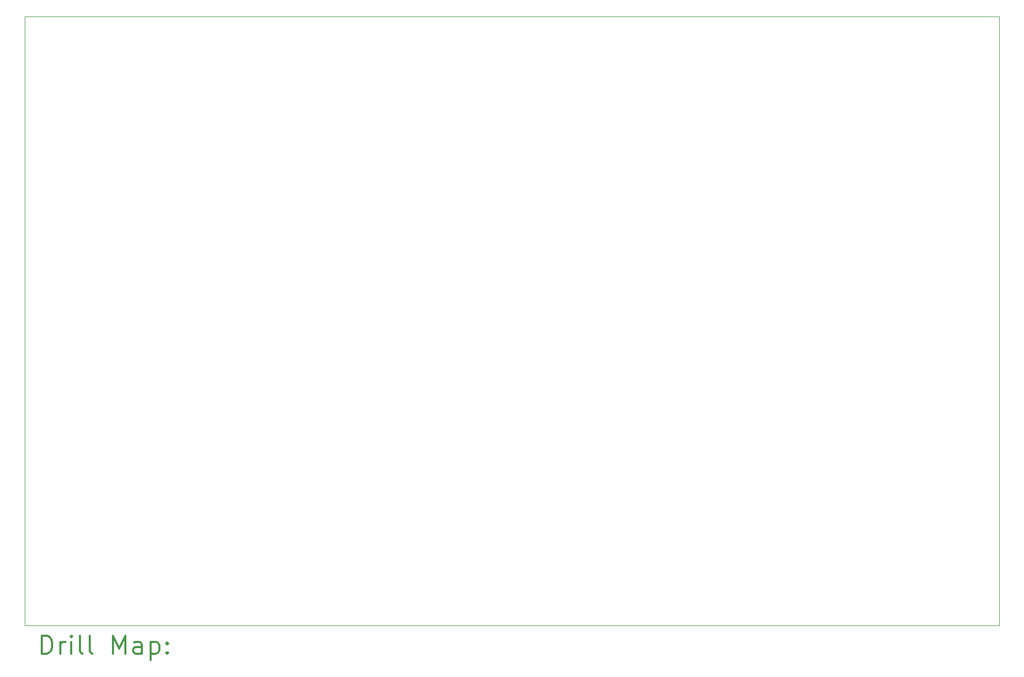
<source format=gbr>
%FSLAX45Y45*%
G04 Gerber Fmt 4.5, Leading zero omitted, Abs format (unit mm)*
G04 Created by KiCad (PCBNEW (5.1.2)-1) date 2020-04-13 00:25:02*
%MOMM*%
%LPD*%
G04 APERTURE LIST*
%ADD10C,0.050000*%
%ADD11C,0.200000*%
%ADD12C,0.300000*%
G04 APERTURE END LIST*
D10*
X5000000Y-5000000D02*
X21000000Y-5000000D01*
X21000000Y-5000000D02*
X21000000Y-15000000D01*
X5000000Y-15000000D02*
X21000000Y-15000000D01*
X5000000Y-5000000D02*
X5000000Y-15000000D01*
D11*
D12*
X5283928Y-15468214D02*
X5283928Y-15168214D01*
X5355357Y-15168214D01*
X5398214Y-15182500D01*
X5426786Y-15211071D01*
X5441071Y-15239643D01*
X5455357Y-15296786D01*
X5455357Y-15339643D01*
X5441071Y-15396786D01*
X5426786Y-15425357D01*
X5398214Y-15453929D01*
X5355357Y-15468214D01*
X5283928Y-15468214D01*
X5583928Y-15468214D02*
X5583928Y-15268214D01*
X5583928Y-15325357D02*
X5598214Y-15296786D01*
X5612500Y-15282500D01*
X5641071Y-15268214D01*
X5669643Y-15268214D01*
X5769643Y-15468214D02*
X5769643Y-15268214D01*
X5769643Y-15168214D02*
X5755357Y-15182500D01*
X5769643Y-15196786D01*
X5783928Y-15182500D01*
X5769643Y-15168214D01*
X5769643Y-15196786D01*
X5955357Y-15468214D02*
X5926786Y-15453929D01*
X5912500Y-15425357D01*
X5912500Y-15168214D01*
X6112500Y-15468214D02*
X6083928Y-15453929D01*
X6069643Y-15425357D01*
X6069643Y-15168214D01*
X6455357Y-15468214D02*
X6455357Y-15168214D01*
X6555357Y-15382500D01*
X6655357Y-15168214D01*
X6655357Y-15468214D01*
X6926786Y-15468214D02*
X6926786Y-15311071D01*
X6912500Y-15282500D01*
X6883928Y-15268214D01*
X6826786Y-15268214D01*
X6798214Y-15282500D01*
X6926786Y-15453929D02*
X6898214Y-15468214D01*
X6826786Y-15468214D01*
X6798214Y-15453929D01*
X6783928Y-15425357D01*
X6783928Y-15396786D01*
X6798214Y-15368214D01*
X6826786Y-15353929D01*
X6898214Y-15353929D01*
X6926786Y-15339643D01*
X7069643Y-15268214D02*
X7069643Y-15568214D01*
X7069643Y-15282500D02*
X7098214Y-15268214D01*
X7155357Y-15268214D01*
X7183928Y-15282500D01*
X7198214Y-15296786D01*
X7212500Y-15325357D01*
X7212500Y-15411071D01*
X7198214Y-15439643D01*
X7183928Y-15453929D01*
X7155357Y-15468214D01*
X7098214Y-15468214D01*
X7069643Y-15453929D01*
X7341071Y-15439643D02*
X7355357Y-15453929D01*
X7341071Y-15468214D01*
X7326786Y-15453929D01*
X7341071Y-15439643D01*
X7341071Y-15468214D01*
X7341071Y-15282500D02*
X7355357Y-15296786D01*
X7341071Y-15311071D01*
X7326786Y-15296786D01*
X7341071Y-15282500D01*
X7341071Y-15311071D01*
M02*

</source>
